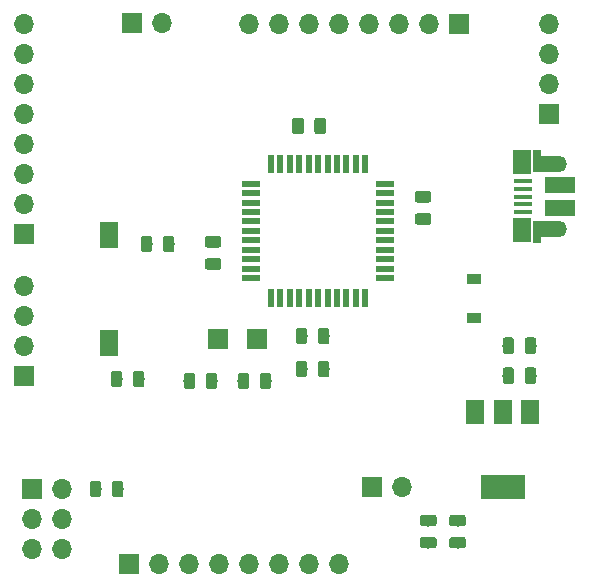
<source format=gbr>
%TF.GenerationSoftware,KiCad,Pcbnew,5.0.0+dfsg1-2*%
%TF.CreationDate,2018-11-13T23:51:22+01:00*%
%TF.ProjectId,xmegatest,786D656761746573742E6B696361645F,rev?*%
%TF.SameCoordinates,Original*%
%TF.FileFunction,Soldermask,Top*%
%TF.FilePolarity,Negative*%
%FSLAX46Y46*%
G04 Gerber Fmt 4.6, Leading zero omitted, Abs format (unit mm)*
G04 Created by KiCad (PCBNEW 5.0.0+dfsg1-2) date Tue Nov 13 23:51:22 2018*
%MOMM*%
%LPD*%
G01*
G04 APERTURE LIST*
%ADD10O,1.700000X1.700000*%
%ADD11R,1.700000X1.700000*%
%ADD12R,1.600000X2.180000*%
%ADD13R,2.000000X1.350000*%
%ADD14R,0.700000X1.825000*%
%ADD15R,1.500000X2.000000*%
%ADD16R,1.650000X0.400000*%
%ADD17O,1.500000X1.100000*%
%ADD18O,1.700000X1.350000*%
%ADD19R,2.500000X1.430000*%
%ADD20R,1.500000X0.550000*%
%ADD21R,0.550000X1.500000*%
%ADD22C,0.100000*%
%ADD23C,0.975000*%
%ADD24R,1.750000X1.800000*%
%ADD25R,1.200000X0.900000*%
%ADD26R,3.800000X2.000000*%
G04 APERTURE END LIST*
D10*
X238968095Y-168710846D03*
D11*
X236428095Y-168710846D03*
D10*
X218648095Y-129501000D03*
D11*
X216108095Y-129501000D03*
D12*
X214203095Y-156570000D03*
X214203095Y-147390000D03*
D13*
X251218095Y-141420000D03*
X251218095Y-146900000D03*
D14*
X250468095Y-147120000D03*
X250468095Y-141170000D03*
D15*
X249168095Y-147020000D03*
X249148095Y-141270000D03*
D16*
X249268095Y-145470000D03*
X249268095Y-144820000D03*
X249268095Y-144170000D03*
X249268095Y-143520000D03*
X249268095Y-142870000D03*
D17*
X249148095Y-146590000D03*
X249148095Y-141750000D03*
D18*
X252148095Y-146900000D03*
X252148095Y-141440000D03*
D19*
X252418095Y-145130000D03*
X252418095Y-143210000D03*
D20*
X237602000Y-151066000D03*
X237602000Y-150266000D03*
X237602000Y-149466000D03*
X237602000Y-148666000D03*
X237602000Y-147866000D03*
X237602000Y-147066000D03*
X237602000Y-146266000D03*
X237602000Y-145466000D03*
X237602000Y-144666000D03*
X237602000Y-143866000D03*
X237602000Y-143066000D03*
D21*
X235902000Y-141366000D03*
X235102000Y-141366000D03*
X234302000Y-141366000D03*
X233502000Y-141366000D03*
X232702000Y-141366000D03*
X231902000Y-141366000D03*
X231102000Y-141366000D03*
X230302000Y-141366000D03*
X229502000Y-141366000D03*
X228702000Y-141366000D03*
X227902000Y-141366000D03*
D20*
X226202000Y-143066000D03*
X226202000Y-143866000D03*
X226202000Y-144666000D03*
X226202000Y-145466000D03*
X226202000Y-146266000D03*
X226202000Y-147066000D03*
X226202000Y-147866000D03*
X226202000Y-148666000D03*
X226202000Y-149466000D03*
X226202000Y-150266000D03*
X226202000Y-151066000D03*
D21*
X227902000Y-152766000D03*
X228702000Y-152766000D03*
X229502000Y-152766000D03*
X230302000Y-152766000D03*
X231102000Y-152766000D03*
X231902000Y-152766000D03*
X232702000Y-152766000D03*
X233502000Y-152766000D03*
X234302000Y-152766000D03*
X235102000Y-152766000D03*
X235902000Y-152766000D03*
D11*
X207010000Y-159385000D03*
D10*
X207010000Y-156845000D03*
X207010000Y-154305000D03*
X207010000Y-151765000D03*
X207010000Y-129540000D03*
X207010000Y-132080000D03*
X207010000Y-134620000D03*
X207010000Y-137160000D03*
X207010000Y-139700000D03*
X207010000Y-142240000D03*
X207010000Y-144780000D03*
D11*
X207010000Y-147320000D03*
D22*
G36*
X241714214Y-171097020D02*
X241737875Y-171100530D01*
X241761079Y-171106342D01*
X241783601Y-171114400D01*
X241805225Y-171124628D01*
X241825742Y-171136925D01*
X241844955Y-171151175D01*
X241862679Y-171167239D01*
X241878743Y-171184963D01*
X241892993Y-171204176D01*
X241905290Y-171224693D01*
X241915518Y-171246317D01*
X241923576Y-171268839D01*
X241929388Y-171292043D01*
X241932898Y-171315704D01*
X241934072Y-171339596D01*
X241934072Y-171827096D01*
X241932898Y-171850988D01*
X241929388Y-171874649D01*
X241923576Y-171897853D01*
X241915518Y-171920375D01*
X241905290Y-171941999D01*
X241892993Y-171962516D01*
X241878743Y-171981729D01*
X241862679Y-171999453D01*
X241844955Y-172015517D01*
X241825742Y-172029767D01*
X241805225Y-172042064D01*
X241783601Y-172052292D01*
X241761079Y-172060350D01*
X241737875Y-172066162D01*
X241714214Y-172069672D01*
X241690322Y-172070846D01*
X240777822Y-172070846D01*
X240753930Y-172069672D01*
X240730269Y-172066162D01*
X240707065Y-172060350D01*
X240684543Y-172052292D01*
X240662919Y-172042064D01*
X240642402Y-172029767D01*
X240623189Y-172015517D01*
X240605465Y-171999453D01*
X240589401Y-171981729D01*
X240575151Y-171962516D01*
X240562854Y-171941999D01*
X240552626Y-171920375D01*
X240544568Y-171897853D01*
X240538756Y-171874649D01*
X240535246Y-171850988D01*
X240534072Y-171827096D01*
X240534072Y-171339596D01*
X240535246Y-171315704D01*
X240538756Y-171292043D01*
X240544568Y-171268839D01*
X240552626Y-171246317D01*
X240562854Y-171224693D01*
X240575151Y-171204176D01*
X240589401Y-171184963D01*
X240605465Y-171167239D01*
X240623189Y-171151175D01*
X240642402Y-171136925D01*
X240662919Y-171124628D01*
X240684543Y-171114400D01*
X240707065Y-171106342D01*
X240730269Y-171100530D01*
X240753930Y-171097020D01*
X240777822Y-171095846D01*
X241690322Y-171095846D01*
X241714214Y-171097020D01*
X241714214Y-171097020D01*
G37*
D23*
X241234072Y-171583346D03*
D22*
G36*
X241714214Y-172972020D02*
X241737875Y-172975530D01*
X241761079Y-172981342D01*
X241783601Y-172989400D01*
X241805225Y-172999628D01*
X241825742Y-173011925D01*
X241844955Y-173026175D01*
X241862679Y-173042239D01*
X241878743Y-173059963D01*
X241892993Y-173079176D01*
X241905290Y-173099693D01*
X241915518Y-173121317D01*
X241923576Y-173143839D01*
X241929388Y-173167043D01*
X241932898Y-173190704D01*
X241934072Y-173214596D01*
X241934072Y-173702096D01*
X241932898Y-173725988D01*
X241929388Y-173749649D01*
X241923576Y-173772853D01*
X241915518Y-173795375D01*
X241905290Y-173816999D01*
X241892993Y-173837516D01*
X241878743Y-173856729D01*
X241862679Y-173874453D01*
X241844955Y-173890517D01*
X241825742Y-173904767D01*
X241805225Y-173917064D01*
X241783601Y-173927292D01*
X241761079Y-173935350D01*
X241737875Y-173941162D01*
X241714214Y-173944672D01*
X241690322Y-173945846D01*
X240777822Y-173945846D01*
X240753930Y-173944672D01*
X240730269Y-173941162D01*
X240707065Y-173935350D01*
X240684543Y-173927292D01*
X240662919Y-173917064D01*
X240642402Y-173904767D01*
X240623189Y-173890517D01*
X240605465Y-173874453D01*
X240589401Y-173856729D01*
X240575151Y-173837516D01*
X240562854Y-173816999D01*
X240552626Y-173795375D01*
X240544568Y-173772853D01*
X240538756Y-173749649D01*
X240535246Y-173725988D01*
X240534072Y-173702096D01*
X240534072Y-173214596D01*
X240535246Y-173190704D01*
X240538756Y-173167043D01*
X240544568Y-173143839D01*
X240552626Y-173121317D01*
X240562854Y-173099693D01*
X240575151Y-173079176D01*
X240589401Y-173059963D01*
X240605465Y-173042239D01*
X240623189Y-173026175D01*
X240642402Y-173011925D01*
X240662919Y-172999628D01*
X240684543Y-172989400D01*
X240707065Y-172981342D01*
X240730269Y-172975530D01*
X240753930Y-172972020D01*
X240777822Y-172970846D01*
X241690322Y-172970846D01*
X241714214Y-172972020D01*
X241714214Y-172972020D01*
G37*
D23*
X241234072Y-173458346D03*
D22*
G36*
X223492142Y-147498674D02*
X223515803Y-147502184D01*
X223539007Y-147507996D01*
X223561529Y-147516054D01*
X223583153Y-147526282D01*
X223603670Y-147538579D01*
X223622883Y-147552829D01*
X223640607Y-147568893D01*
X223656671Y-147586617D01*
X223670921Y-147605830D01*
X223683218Y-147626347D01*
X223693446Y-147647971D01*
X223701504Y-147670493D01*
X223707316Y-147693697D01*
X223710826Y-147717358D01*
X223712000Y-147741250D01*
X223712000Y-148228750D01*
X223710826Y-148252642D01*
X223707316Y-148276303D01*
X223701504Y-148299507D01*
X223693446Y-148322029D01*
X223683218Y-148343653D01*
X223670921Y-148364170D01*
X223656671Y-148383383D01*
X223640607Y-148401107D01*
X223622883Y-148417171D01*
X223603670Y-148431421D01*
X223583153Y-148443718D01*
X223561529Y-148453946D01*
X223539007Y-148462004D01*
X223515803Y-148467816D01*
X223492142Y-148471326D01*
X223468250Y-148472500D01*
X222555750Y-148472500D01*
X222531858Y-148471326D01*
X222508197Y-148467816D01*
X222484993Y-148462004D01*
X222462471Y-148453946D01*
X222440847Y-148443718D01*
X222420330Y-148431421D01*
X222401117Y-148417171D01*
X222383393Y-148401107D01*
X222367329Y-148383383D01*
X222353079Y-148364170D01*
X222340782Y-148343653D01*
X222330554Y-148322029D01*
X222322496Y-148299507D01*
X222316684Y-148276303D01*
X222313174Y-148252642D01*
X222312000Y-148228750D01*
X222312000Y-147741250D01*
X222313174Y-147717358D01*
X222316684Y-147693697D01*
X222322496Y-147670493D01*
X222330554Y-147647971D01*
X222340782Y-147626347D01*
X222353079Y-147605830D01*
X222367329Y-147586617D01*
X222383393Y-147568893D01*
X222401117Y-147552829D01*
X222420330Y-147538579D01*
X222440847Y-147526282D01*
X222462471Y-147516054D01*
X222484993Y-147507996D01*
X222508197Y-147502184D01*
X222531858Y-147498674D01*
X222555750Y-147497500D01*
X223468250Y-147497500D01*
X223492142Y-147498674D01*
X223492142Y-147498674D01*
G37*
D23*
X223012000Y-147985000D03*
D22*
G36*
X223492142Y-149373674D02*
X223515803Y-149377184D01*
X223539007Y-149382996D01*
X223561529Y-149391054D01*
X223583153Y-149401282D01*
X223603670Y-149413579D01*
X223622883Y-149427829D01*
X223640607Y-149443893D01*
X223656671Y-149461617D01*
X223670921Y-149480830D01*
X223683218Y-149501347D01*
X223693446Y-149522971D01*
X223701504Y-149545493D01*
X223707316Y-149568697D01*
X223710826Y-149592358D01*
X223712000Y-149616250D01*
X223712000Y-150103750D01*
X223710826Y-150127642D01*
X223707316Y-150151303D01*
X223701504Y-150174507D01*
X223693446Y-150197029D01*
X223683218Y-150218653D01*
X223670921Y-150239170D01*
X223656671Y-150258383D01*
X223640607Y-150276107D01*
X223622883Y-150292171D01*
X223603670Y-150306421D01*
X223583153Y-150318718D01*
X223561529Y-150328946D01*
X223539007Y-150337004D01*
X223515803Y-150342816D01*
X223492142Y-150346326D01*
X223468250Y-150347500D01*
X222555750Y-150347500D01*
X222531858Y-150346326D01*
X222508197Y-150342816D01*
X222484993Y-150337004D01*
X222462471Y-150328946D01*
X222440847Y-150318718D01*
X222420330Y-150306421D01*
X222401117Y-150292171D01*
X222383393Y-150276107D01*
X222367329Y-150258383D01*
X222353079Y-150239170D01*
X222340782Y-150218653D01*
X222330554Y-150197029D01*
X222322496Y-150174507D01*
X222316684Y-150151303D01*
X222313174Y-150127642D01*
X222312000Y-150103750D01*
X222312000Y-149616250D01*
X222313174Y-149592358D01*
X222316684Y-149568697D01*
X222322496Y-149545493D01*
X222330554Y-149522971D01*
X222340782Y-149501347D01*
X222353079Y-149480830D01*
X222367329Y-149461617D01*
X222383393Y-149443893D01*
X222401117Y-149427829D01*
X222420330Y-149413579D01*
X222440847Y-149401282D01*
X222462471Y-149391054D01*
X222484993Y-149382996D01*
X222508197Y-149377184D01*
X222531858Y-149373674D01*
X222555750Y-149372500D01*
X223468250Y-149372500D01*
X223492142Y-149373674D01*
X223492142Y-149373674D01*
G37*
D23*
X223012000Y-149860000D03*
D22*
G36*
X250155804Y-158611597D02*
X250179465Y-158615107D01*
X250202669Y-158620919D01*
X250225191Y-158628977D01*
X250246815Y-158639205D01*
X250267332Y-158651502D01*
X250286545Y-158665752D01*
X250304269Y-158681816D01*
X250320333Y-158699540D01*
X250334583Y-158718753D01*
X250346880Y-158739270D01*
X250357108Y-158760894D01*
X250365166Y-158783416D01*
X250370978Y-158806620D01*
X250374488Y-158830281D01*
X250375662Y-158854173D01*
X250375662Y-159766673D01*
X250374488Y-159790565D01*
X250370978Y-159814226D01*
X250365166Y-159837430D01*
X250357108Y-159859952D01*
X250346880Y-159881576D01*
X250334583Y-159902093D01*
X250320333Y-159921306D01*
X250304269Y-159939030D01*
X250286545Y-159955094D01*
X250267332Y-159969344D01*
X250246815Y-159981641D01*
X250225191Y-159991869D01*
X250202669Y-159999927D01*
X250179465Y-160005739D01*
X250155804Y-160009249D01*
X250131912Y-160010423D01*
X249644412Y-160010423D01*
X249620520Y-160009249D01*
X249596859Y-160005739D01*
X249573655Y-159999927D01*
X249551133Y-159991869D01*
X249529509Y-159981641D01*
X249508992Y-159969344D01*
X249489779Y-159955094D01*
X249472055Y-159939030D01*
X249455991Y-159921306D01*
X249441741Y-159902093D01*
X249429444Y-159881576D01*
X249419216Y-159859952D01*
X249411158Y-159837430D01*
X249405346Y-159814226D01*
X249401836Y-159790565D01*
X249400662Y-159766673D01*
X249400662Y-158854173D01*
X249401836Y-158830281D01*
X249405346Y-158806620D01*
X249411158Y-158783416D01*
X249419216Y-158760894D01*
X249429444Y-158739270D01*
X249441741Y-158718753D01*
X249455991Y-158699540D01*
X249472055Y-158681816D01*
X249489779Y-158665752D01*
X249508992Y-158651502D01*
X249529509Y-158639205D01*
X249551133Y-158628977D01*
X249573655Y-158620919D01*
X249596859Y-158615107D01*
X249620520Y-158611597D01*
X249644412Y-158610423D01*
X250131912Y-158610423D01*
X250155804Y-158611597D01*
X250155804Y-158611597D01*
G37*
D23*
X249888162Y-159310423D03*
D22*
G36*
X248280804Y-158611597D02*
X248304465Y-158615107D01*
X248327669Y-158620919D01*
X248350191Y-158628977D01*
X248371815Y-158639205D01*
X248392332Y-158651502D01*
X248411545Y-158665752D01*
X248429269Y-158681816D01*
X248445333Y-158699540D01*
X248459583Y-158718753D01*
X248471880Y-158739270D01*
X248482108Y-158760894D01*
X248490166Y-158783416D01*
X248495978Y-158806620D01*
X248499488Y-158830281D01*
X248500662Y-158854173D01*
X248500662Y-159766673D01*
X248499488Y-159790565D01*
X248495978Y-159814226D01*
X248490166Y-159837430D01*
X248482108Y-159859952D01*
X248471880Y-159881576D01*
X248459583Y-159902093D01*
X248445333Y-159921306D01*
X248429269Y-159939030D01*
X248411545Y-159955094D01*
X248392332Y-159969344D01*
X248371815Y-159981641D01*
X248350191Y-159991869D01*
X248327669Y-159999927D01*
X248304465Y-160005739D01*
X248280804Y-160009249D01*
X248256912Y-160010423D01*
X247769412Y-160010423D01*
X247745520Y-160009249D01*
X247721859Y-160005739D01*
X247698655Y-159999927D01*
X247676133Y-159991869D01*
X247654509Y-159981641D01*
X247633992Y-159969344D01*
X247614779Y-159955094D01*
X247597055Y-159939030D01*
X247580991Y-159921306D01*
X247566741Y-159902093D01*
X247554444Y-159881576D01*
X247544216Y-159859952D01*
X247536158Y-159837430D01*
X247530346Y-159814226D01*
X247526836Y-159790565D01*
X247525662Y-159766673D01*
X247525662Y-158854173D01*
X247526836Y-158830281D01*
X247530346Y-158806620D01*
X247536158Y-158783416D01*
X247544216Y-158760894D01*
X247554444Y-158739270D01*
X247566741Y-158718753D01*
X247580991Y-158699540D01*
X247597055Y-158681816D01*
X247614779Y-158665752D01*
X247633992Y-158651502D01*
X247654509Y-158639205D01*
X247676133Y-158628977D01*
X247698655Y-158620919D01*
X247721859Y-158615107D01*
X247745520Y-158611597D01*
X247769412Y-158610423D01*
X248256912Y-158610423D01*
X248280804Y-158611597D01*
X248280804Y-158611597D01*
G37*
D23*
X248013162Y-159310423D03*
D22*
G36*
X221277642Y-159067174D02*
X221301303Y-159070684D01*
X221324507Y-159076496D01*
X221347029Y-159084554D01*
X221368653Y-159094782D01*
X221389170Y-159107079D01*
X221408383Y-159121329D01*
X221426107Y-159137393D01*
X221442171Y-159155117D01*
X221456421Y-159174330D01*
X221468718Y-159194847D01*
X221478946Y-159216471D01*
X221487004Y-159238993D01*
X221492816Y-159262197D01*
X221496326Y-159285858D01*
X221497500Y-159309750D01*
X221497500Y-160222250D01*
X221496326Y-160246142D01*
X221492816Y-160269803D01*
X221487004Y-160293007D01*
X221478946Y-160315529D01*
X221468718Y-160337153D01*
X221456421Y-160357670D01*
X221442171Y-160376883D01*
X221426107Y-160394607D01*
X221408383Y-160410671D01*
X221389170Y-160424921D01*
X221368653Y-160437218D01*
X221347029Y-160447446D01*
X221324507Y-160455504D01*
X221301303Y-160461316D01*
X221277642Y-160464826D01*
X221253750Y-160466000D01*
X220766250Y-160466000D01*
X220742358Y-160464826D01*
X220718697Y-160461316D01*
X220695493Y-160455504D01*
X220672971Y-160447446D01*
X220651347Y-160437218D01*
X220630830Y-160424921D01*
X220611617Y-160410671D01*
X220593893Y-160394607D01*
X220577829Y-160376883D01*
X220563579Y-160357670D01*
X220551282Y-160337153D01*
X220541054Y-160315529D01*
X220532996Y-160293007D01*
X220527184Y-160269803D01*
X220523674Y-160246142D01*
X220522500Y-160222250D01*
X220522500Y-159309750D01*
X220523674Y-159285858D01*
X220527184Y-159262197D01*
X220532996Y-159238993D01*
X220541054Y-159216471D01*
X220551282Y-159194847D01*
X220563579Y-159174330D01*
X220577829Y-159155117D01*
X220593893Y-159137393D01*
X220611617Y-159121329D01*
X220630830Y-159107079D01*
X220651347Y-159094782D01*
X220672971Y-159084554D01*
X220695493Y-159076496D01*
X220718697Y-159070684D01*
X220742358Y-159067174D01*
X220766250Y-159066000D01*
X221253750Y-159066000D01*
X221277642Y-159067174D01*
X221277642Y-159067174D01*
G37*
D23*
X221010000Y-159766000D03*
D22*
G36*
X223152642Y-159067174D02*
X223176303Y-159070684D01*
X223199507Y-159076496D01*
X223222029Y-159084554D01*
X223243653Y-159094782D01*
X223264170Y-159107079D01*
X223283383Y-159121329D01*
X223301107Y-159137393D01*
X223317171Y-159155117D01*
X223331421Y-159174330D01*
X223343718Y-159194847D01*
X223353946Y-159216471D01*
X223362004Y-159238993D01*
X223367816Y-159262197D01*
X223371326Y-159285858D01*
X223372500Y-159309750D01*
X223372500Y-160222250D01*
X223371326Y-160246142D01*
X223367816Y-160269803D01*
X223362004Y-160293007D01*
X223353946Y-160315529D01*
X223343718Y-160337153D01*
X223331421Y-160357670D01*
X223317171Y-160376883D01*
X223301107Y-160394607D01*
X223283383Y-160410671D01*
X223264170Y-160424921D01*
X223243653Y-160437218D01*
X223222029Y-160447446D01*
X223199507Y-160455504D01*
X223176303Y-160461316D01*
X223152642Y-160464826D01*
X223128750Y-160466000D01*
X222641250Y-160466000D01*
X222617358Y-160464826D01*
X222593697Y-160461316D01*
X222570493Y-160455504D01*
X222547971Y-160447446D01*
X222526347Y-160437218D01*
X222505830Y-160424921D01*
X222486617Y-160410671D01*
X222468893Y-160394607D01*
X222452829Y-160376883D01*
X222438579Y-160357670D01*
X222426282Y-160337153D01*
X222416054Y-160315529D01*
X222407996Y-160293007D01*
X222402184Y-160269803D01*
X222398674Y-160246142D01*
X222397500Y-160222250D01*
X222397500Y-159309750D01*
X222398674Y-159285858D01*
X222402184Y-159262197D01*
X222407996Y-159238993D01*
X222416054Y-159216471D01*
X222426282Y-159194847D01*
X222438579Y-159174330D01*
X222452829Y-159155117D01*
X222468893Y-159137393D01*
X222486617Y-159121329D01*
X222505830Y-159107079D01*
X222526347Y-159094782D01*
X222547971Y-159084554D01*
X222570493Y-159076496D01*
X222593697Y-159070684D01*
X222617358Y-159067174D01*
X222641250Y-159066000D01*
X223128750Y-159066000D01*
X223152642Y-159067174D01*
X223152642Y-159067174D01*
G37*
D23*
X222885000Y-159766000D03*
D22*
G36*
X232345142Y-137477174D02*
X232368803Y-137480684D01*
X232392007Y-137486496D01*
X232414529Y-137494554D01*
X232436153Y-137504782D01*
X232456670Y-137517079D01*
X232475883Y-137531329D01*
X232493607Y-137547393D01*
X232509671Y-137565117D01*
X232523921Y-137584330D01*
X232536218Y-137604847D01*
X232546446Y-137626471D01*
X232554504Y-137648993D01*
X232560316Y-137672197D01*
X232563826Y-137695858D01*
X232565000Y-137719750D01*
X232565000Y-138632250D01*
X232563826Y-138656142D01*
X232560316Y-138679803D01*
X232554504Y-138703007D01*
X232546446Y-138725529D01*
X232536218Y-138747153D01*
X232523921Y-138767670D01*
X232509671Y-138786883D01*
X232493607Y-138804607D01*
X232475883Y-138820671D01*
X232456670Y-138834921D01*
X232436153Y-138847218D01*
X232414529Y-138857446D01*
X232392007Y-138865504D01*
X232368803Y-138871316D01*
X232345142Y-138874826D01*
X232321250Y-138876000D01*
X231833750Y-138876000D01*
X231809858Y-138874826D01*
X231786197Y-138871316D01*
X231762993Y-138865504D01*
X231740471Y-138857446D01*
X231718847Y-138847218D01*
X231698330Y-138834921D01*
X231679117Y-138820671D01*
X231661393Y-138804607D01*
X231645329Y-138786883D01*
X231631079Y-138767670D01*
X231618782Y-138747153D01*
X231608554Y-138725529D01*
X231600496Y-138703007D01*
X231594684Y-138679803D01*
X231591174Y-138656142D01*
X231590000Y-138632250D01*
X231590000Y-137719750D01*
X231591174Y-137695858D01*
X231594684Y-137672197D01*
X231600496Y-137648993D01*
X231608554Y-137626471D01*
X231618782Y-137604847D01*
X231631079Y-137584330D01*
X231645329Y-137565117D01*
X231661393Y-137547393D01*
X231679117Y-137531329D01*
X231698330Y-137517079D01*
X231718847Y-137504782D01*
X231740471Y-137494554D01*
X231762993Y-137486496D01*
X231786197Y-137480684D01*
X231809858Y-137477174D01*
X231833750Y-137476000D01*
X232321250Y-137476000D01*
X232345142Y-137477174D01*
X232345142Y-137477174D01*
G37*
D23*
X232077500Y-138176000D03*
D22*
G36*
X230470142Y-137477174D02*
X230493803Y-137480684D01*
X230517007Y-137486496D01*
X230539529Y-137494554D01*
X230561153Y-137504782D01*
X230581670Y-137517079D01*
X230600883Y-137531329D01*
X230618607Y-137547393D01*
X230634671Y-137565117D01*
X230648921Y-137584330D01*
X230661218Y-137604847D01*
X230671446Y-137626471D01*
X230679504Y-137648993D01*
X230685316Y-137672197D01*
X230688826Y-137695858D01*
X230690000Y-137719750D01*
X230690000Y-138632250D01*
X230688826Y-138656142D01*
X230685316Y-138679803D01*
X230679504Y-138703007D01*
X230671446Y-138725529D01*
X230661218Y-138747153D01*
X230648921Y-138767670D01*
X230634671Y-138786883D01*
X230618607Y-138804607D01*
X230600883Y-138820671D01*
X230581670Y-138834921D01*
X230561153Y-138847218D01*
X230539529Y-138857446D01*
X230517007Y-138865504D01*
X230493803Y-138871316D01*
X230470142Y-138874826D01*
X230446250Y-138876000D01*
X229958750Y-138876000D01*
X229934858Y-138874826D01*
X229911197Y-138871316D01*
X229887993Y-138865504D01*
X229865471Y-138857446D01*
X229843847Y-138847218D01*
X229823330Y-138834921D01*
X229804117Y-138820671D01*
X229786393Y-138804607D01*
X229770329Y-138786883D01*
X229756079Y-138767670D01*
X229743782Y-138747153D01*
X229733554Y-138725529D01*
X229725496Y-138703007D01*
X229719684Y-138679803D01*
X229716174Y-138656142D01*
X229715000Y-138632250D01*
X229715000Y-137719750D01*
X229716174Y-137695858D01*
X229719684Y-137672197D01*
X229725496Y-137648993D01*
X229733554Y-137626471D01*
X229743782Y-137604847D01*
X229756079Y-137584330D01*
X229770329Y-137565117D01*
X229786393Y-137547393D01*
X229804117Y-137531329D01*
X229823330Y-137517079D01*
X229843847Y-137504782D01*
X229865471Y-137494554D01*
X229887993Y-137486496D01*
X229911197Y-137480684D01*
X229934858Y-137477174D01*
X229958750Y-137476000D01*
X230446250Y-137476000D01*
X230470142Y-137477174D01*
X230470142Y-137477174D01*
G37*
D23*
X230202500Y-138176000D03*
D22*
G36*
X241272142Y-143688674D02*
X241295803Y-143692184D01*
X241319007Y-143697996D01*
X241341529Y-143706054D01*
X241363153Y-143716282D01*
X241383670Y-143728579D01*
X241402883Y-143742829D01*
X241420607Y-143758893D01*
X241436671Y-143776617D01*
X241450921Y-143795830D01*
X241463218Y-143816347D01*
X241473446Y-143837971D01*
X241481504Y-143860493D01*
X241487316Y-143883697D01*
X241490826Y-143907358D01*
X241492000Y-143931250D01*
X241492000Y-144418750D01*
X241490826Y-144442642D01*
X241487316Y-144466303D01*
X241481504Y-144489507D01*
X241473446Y-144512029D01*
X241463218Y-144533653D01*
X241450921Y-144554170D01*
X241436671Y-144573383D01*
X241420607Y-144591107D01*
X241402883Y-144607171D01*
X241383670Y-144621421D01*
X241363153Y-144633718D01*
X241341529Y-144643946D01*
X241319007Y-144652004D01*
X241295803Y-144657816D01*
X241272142Y-144661326D01*
X241248250Y-144662500D01*
X240335750Y-144662500D01*
X240311858Y-144661326D01*
X240288197Y-144657816D01*
X240264993Y-144652004D01*
X240242471Y-144643946D01*
X240220847Y-144633718D01*
X240200330Y-144621421D01*
X240181117Y-144607171D01*
X240163393Y-144591107D01*
X240147329Y-144573383D01*
X240133079Y-144554170D01*
X240120782Y-144533653D01*
X240110554Y-144512029D01*
X240102496Y-144489507D01*
X240096684Y-144466303D01*
X240093174Y-144442642D01*
X240092000Y-144418750D01*
X240092000Y-143931250D01*
X240093174Y-143907358D01*
X240096684Y-143883697D01*
X240102496Y-143860493D01*
X240110554Y-143837971D01*
X240120782Y-143816347D01*
X240133079Y-143795830D01*
X240147329Y-143776617D01*
X240163393Y-143758893D01*
X240181117Y-143742829D01*
X240200330Y-143728579D01*
X240220847Y-143716282D01*
X240242471Y-143706054D01*
X240264993Y-143697996D01*
X240288197Y-143692184D01*
X240311858Y-143688674D01*
X240335750Y-143687500D01*
X241248250Y-143687500D01*
X241272142Y-143688674D01*
X241272142Y-143688674D01*
G37*
D23*
X240792000Y-144175000D03*
D22*
G36*
X241272142Y-145563674D02*
X241295803Y-145567184D01*
X241319007Y-145572996D01*
X241341529Y-145581054D01*
X241363153Y-145591282D01*
X241383670Y-145603579D01*
X241402883Y-145617829D01*
X241420607Y-145633893D01*
X241436671Y-145651617D01*
X241450921Y-145670830D01*
X241463218Y-145691347D01*
X241473446Y-145712971D01*
X241481504Y-145735493D01*
X241487316Y-145758697D01*
X241490826Y-145782358D01*
X241492000Y-145806250D01*
X241492000Y-146293750D01*
X241490826Y-146317642D01*
X241487316Y-146341303D01*
X241481504Y-146364507D01*
X241473446Y-146387029D01*
X241463218Y-146408653D01*
X241450921Y-146429170D01*
X241436671Y-146448383D01*
X241420607Y-146466107D01*
X241402883Y-146482171D01*
X241383670Y-146496421D01*
X241363153Y-146508718D01*
X241341529Y-146518946D01*
X241319007Y-146527004D01*
X241295803Y-146532816D01*
X241272142Y-146536326D01*
X241248250Y-146537500D01*
X240335750Y-146537500D01*
X240311858Y-146536326D01*
X240288197Y-146532816D01*
X240264993Y-146527004D01*
X240242471Y-146518946D01*
X240220847Y-146508718D01*
X240200330Y-146496421D01*
X240181117Y-146482171D01*
X240163393Y-146466107D01*
X240147329Y-146448383D01*
X240133079Y-146429170D01*
X240120782Y-146408653D01*
X240110554Y-146387029D01*
X240102496Y-146364507D01*
X240096684Y-146341303D01*
X240093174Y-146317642D01*
X240092000Y-146293750D01*
X240092000Y-145806250D01*
X240093174Y-145782358D01*
X240096684Y-145758697D01*
X240102496Y-145735493D01*
X240110554Y-145712971D01*
X240120782Y-145691347D01*
X240133079Y-145670830D01*
X240147329Y-145651617D01*
X240163393Y-145633893D01*
X240181117Y-145617829D01*
X240200330Y-145603579D01*
X240220847Y-145591282D01*
X240242471Y-145581054D01*
X240264993Y-145572996D01*
X240288197Y-145567184D01*
X240311858Y-145563674D01*
X240335750Y-145562500D01*
X241248250Y-145562500D01*
X241272142Y-145563674D01*
X241272142Y-145563674D01*
G37*
D23*
X240792000Y-146050000D03*
D22*
G36*
X230772642Y-155257174D02*
X230796303Y-155260684D01*
X230819507Y-155266496D01*
X230842029Y-155274554D01*
X230863653Y-155284782D01*
X230884170Y-155297079D01*
X230903383Y-155311329D01*
X230921107Y-155327393D01*
X230937171Y-155345117D01*
X230951421Y-155364330D01*
X230963718Y-155384847D01*
X230973946Y-155406471D01*
X230982004Y-155428993D01*
X230987816Y-155452197D01*
X230991326Y-155475858D01*
X230992500Y-155499750D01*
X230992500Y-156412250D01*
X230991326Y-156436142D01*
X230987816Y-156459803D01*
X230982004Y-156483007D01*
X230973946Y-156505529D01*
X230963718Y-156527153D01*
X230951421Y-156547670D01*
X230937171Y-156566883D01*
X230921107Y-156584607D01*
X230903383Y-156600671D01*
X230884170Y-156614921D01*
X230863653Y-156627218D01*
X230842029Y-156637446D01*
X230819507Y-156645504D01*
X230796303Y-156651316D01*
X230772642Y-156654826D01*
X230748750Y-156656000D01*
X230261250Y-156656000D01*
X230237358Y-156654826D01*
X230213697Y-156651316D01*
X230190493Y-156645504D01*
X230167971Y-156637446D01*
X230146347Y-156627218D01*
X230125830Y-156614921D01*
X230106617Y-156600671D01*
X230088893Y-156584607D01*
X230072829Y-156566883D01*
X230058579Y-156547670D01*
X230046282Y-156527153D01*
X230036054Y-156505529D01*
X230027996Y-156483007D01*
X230022184Y-156459803D01*
X230018674Y-156436142D01*
X230017500Y-156412250D01*
X230017500Y-155499750D01*
X230018674Y-155475858D01*
X230022184Y-155452197D01*
X230027996Y-155428993D01*
X230036054Y-155406471D01*
X230046282Y-155384847D01*
X230058579Y-155364330D01*
X230072829Y-155345117D01*
X230088893Y-155327393D01*
X230106617Y-155311329D01*
X230125830Y-155297079D01*
X230146347Y-155284782D01*
X230167971Y-155274554D01*
X230190493Y-155266496D01*
X230213697Y-155260684D01*
X230237358Y-155257174D01*
X230261250Y-155256000D01*
X230748750Y-155256000D01*
X230772642Y-155257174D01*
X230772642Y-155257174D01*
G37*
D23*
X230505000Y-155956000D03*
D22*
G36*
X232647642Y-155257174D02*
X232671303Y-155260684D01*
X232694507Y-155266496D01*
X232717029Y-155274554D01*
X232738653Y-155284782D01*
X232759170Y-155297079D01*
X232778383Y-155311329D01*
X232796107Y-155327393D01*
X232812171Y-155345117D01*
X232826421Y-155364330D01*
X232838718Y-155384847D01*
X232848946Y-155406471D01*
X232857004Y-155428993D01*
X232862816Y-155452197D01*
X232866326Y-155475858D01*
X232867500Y-155499750D01*
X232867500Y-156412250D01*
X232866326Y-156436142D01*
X232862816Y-156459803D01*
X232857004Y-156483007D01*
X232848946Y-156505529D01*
X232838718Y-156527153D01*
X232826421Y-156547670D01*
X232812171Y-156566883D01*
X232796107Y-156584607D01*
X232778383Y-156600671D01*
X232759170Y-156614921D01*
X232738653Y-156627218D01*
X232717029Y-156637446D01*
X232694507Y-156645504D01*
X232671303Y-156651316D01*
X232647642Y-156654826D01*
X232623750Y-156656000D01*
X232136250Y-156656000D01*
X232112358Y-156654826D01*
X232088697Y-156651316D01*
X232065493Y-156645504D01*
X232042971Y-156637446D01*
X232021347Y-156627218D01*
X232000830Y-156614921D01*
X231981617Y-156600671D01*
X231963893Y-156584607D01*
X231947829Y-156566883D01*
X231933579Y-156547670D01*
X231921282Y-156527153D01*
X231911054Y-156505529D01*
X231902996Y-156483007D01*
X231897184Y-156459803D01*
X231893674Y-156436142D01*
X231892500Y-156412250D01*
X231892500Y-155499750D01*
X231893674Y-155475858D01*
X231897184Y-155452197D01*
X231902996Y-155428993D01*
X231911054Y-155406471D01*
X231921282Y-155384847D01*
X231933579Y-155364330D01*
X231947829Y-155345117D01*
X231963893Y-155327393D01*
X231981617Y-155311329D01*
X232000830Y-155297079D01*
X232021347Y-155284782D01*
X232042971Y-155274554D01*
X232065493Y-155266496D01*
X232088697Y-155260684D01*
X232112358Y-155257174D01*
X232136250Y-155256000D01*
X232623750Y-155256000D01*
X232647642Y-155257174D01*
X232647642Y-155257174D01*
G37*
D23*
X232380000Y-155956000D03*
D22*
G36*
X215105737Y-158901174D02*
X215129398Y-158904684D01*
X215152602Y-158910496D01*
X215175124Y-158918554D01*
X215196748Y-158928782D01*
X215217265Y-158941079D01*
X215236478Y-158955329D01*
X215254202Y-158971393D01*
X215270266Y-158989117D01*
X215284516Y-159008330D01*
X215296813Y-159028847D01*
X215307041Y-159050471D01*
X215315099Y-159072993D01*
X215320911Y-159096197D01*
X215324421Y-159119858D01*
X215325595Y-159143750D01*
X215325595Y-160056250D01*
X215324421Y-160080142D01*
X215320911Y-160103803D01*
X215315099Y-160127007D01*
X215307041Y-160149529D01*
X215296813Y-160171153D01*
X215284516Y-160191670D01*
X215270266Y-160210883D01*
X215254202Y-160228607D01*
X215236478Y-160244671D01*
X215217265Y-160258921D01*
X215196748Y-160271218D01*
X215175124Y-160281446D01*
X215152602Y-160289504D01*
X215129398Y-160295316D01*
X215105737Y-160298826D01*
X215081845Y-160300000D01*
X214594345Y-160300000D01*
X214570453Y-160298826D01*
X214546792Y-160295316D01*
X214523588Y-160289504D01*
X214501066Y-160281446D01*
X214479442Y-160271218D01*
X214458925Y-160258921D01*
X214439712Y-160244671D01*
X214421988Y-160228607D01*
X214405924Y-160210883D01*
X214391674Y-160191670D01*
X214379377Y-160171153D01*
X214369149Y-160149529D01*
X214361091Y-160127007D01*
X214355279Y-160103803D01*
X214351769Y-160080142D01*
X214350595Y-160056250D01*
X214350595Y-159143750D01*
X214351769Y-159119858D01*
X214355279Y-159096197D01*
X214361091Y-159072993D01*
X214369149Y-159050471D01*
X214379377Y-159028847D01*
X214391674Y-159008330D01*
X214405924Y-158989117D01*
X214421988Y-158971393D01*
X214439712Y-158955329D01*
X214458925Y-158941079D01*
X214479442Y-158928782D01*
X214501066Y-158918554D01*
X214523588Y-158910496D01*
X214546792Y-158904684D01*
X214570453Y-158901174D01*
X214594345Y-158900000D01*
X215081845Y-158900000D01*
X215105737Y-158901174D01*
X215105737Y-158901174D01*
G37*
D23*
X214838095Y-159600000D03*
D22*
G36*
X216980737Y-158901174D02*
X217004398Y-158904684D01*
X217027602Y-158910496D01*
X217050124Y-158918554D01*
X217071748Y-158928782D01*
X217092265Y-158941079D01*
X217111478Y-158955329D01*
X217129202Y-158971393D01*
X217145266Y-158989117D01*
X217159516Y-159008330D01*
X217171813Y-159028847D01*
X217182041Y-159050471D01*
X217190099Y-159072993D01*
X217195911Y-159096197D01*
X217199421Y-159119858D01*
X217200595Y-159143750D01*
X217200595Y-160056250D01*
X217199421Y-160080142D01*
X217195911Y-160103803D01*
X217190099Y-160127007D01*
X217182041Y-160149529D01*
X217171813Y-160171153D01*
X217159516Y-160191670D01*
X217145266Y-160210883D01*
X217129202Y-160228607D01*
X217111478Y-160244671D01*
X217092265Y-160258921D01*
X217071748Y-160271218D01*
X217050124Y-160281446D01*
X217027602Y-160289504D01*
X217004398Y-160295316D01*
X216980737Y-160298826D01*
X216956845Y-160300000D01*
X216469345Y-160300000D01*
X216445453Y-160298826D01*
X216421792Y-160295316D01*
X216398588Y-160289504D01*
X216376066Y-160281446D01*
X216354442Y-160271218D01*
X216333925Y-160258921D01*
X216314712Y-160244671D01*
X216296988Y-160228607D01*
X216280924Y-160210883D01*
X216266674Y-160191670D01*
X216254377Y-160171153D01*
X216244149Y-160149529D01*
X216236091Y-160127007D01*
X216230279Y-160103803D01*
X216226769Y-160080142D01*
X216225595Y-160056250D01*
X216225595Y-159143750D01*
X216226769Y-159119858D01*
X216230279Y-159096197D01*
X216236091Y-159072993D01*
X216244149Y-159050471D01*
X216254377Y-159028847D01*
X216266674Y-159008330D01*
X216280924Y-158989117D01*
X216296988Y-158971393D01*
X216314712Y-158955329D01*
X216333925Y-158941079D01*
X216354442Y-158928782D01*
X216376066Y-158918554D01*
X216398588Y-158910496D01*
X216421792Y-158904684D01*
X216445453Y-158901174D01*
X216469345Y-158900000D01*
X216956845Y-158900000D01*
X216980737Y-158901174D01*
X216980737Y-158901174D01*
G37*
D23*
X216713095Y-159600000D03*
D22*
G36*
X250155804Y-156071597D02*
X250179465Y-156075107D01*
X250202669Y-156080919D01*
X250225191Y-156088977D01*
X250246815Y-156099205D01*
X250267332Y-156111502D01*
X250286545Y-156125752D01*
X250304269Y-156141816D01*
X250320333Y-156159540D01*
X250334583Y-156178753D01*
X250346880Y-156199270D01*
X250357108Y-156220894D01*
X250365166Y-156243416D01*
X250370978Y-156266620D01*
X250374488Y-156290281D01*
X250375662Y-156314173D01*
X250375662Y-157226673D01*
X250374488Y-157250565D01*
X250370978Y-157274226D01*
X250365166Y-157297430D01*
X250357108Y-157319952D01*
X250346880Y-157341576D01*
X250334583Y-157362093D01*
X250320333Y-157381306D01*
X250304269Y-157399030D01*
X250286545Y-157415094D01*
X250267332Y-157429344D01*
X250246815Y-157441641D01*
X250225191Y-157451869D01*
X250202669Y-157459927D01*
X250179465Y-157465739D01*
X250155804Y-157469249D01*
X250131912Y-157470423D01*
X249644412Y-157470423D01*
X249620520Y-157469249D01*
X249596859Y-157465739D01*
X249573655Y-157459927D01*
X249551133Y-157451869D01*
X249529509Y-157441641D01*
X249508992Y-157429344D01*
X249489779Y-157415094D01*
X249472055Y-157399030D01*
X249455991Y-157381306D01*
X249441741Y-157362093D01*
X249429444Y-157341576D01*
X249419216Y-157319952D01*
X249411158Y-157297430D01*
X249405346Y-157274226D01*
X249401836Y-157250565D01*
X249400662Y-157226673D01*
X249400662Y-156314173D01*
X249401836Y-156290281D01*
X249405346Y-156266620D01*
X249411158Y-156243416D01*
X249419216Y-156220894D01*
X249429444Y-156199270D01*
X249441741Y-156178753D01*
X249455991Y-156159540D01*
X249472055Y-156141816D01*
X249489779Y-156125752D01*
X249508992Y-156111502D01*
X249529509Y-156099205D01*
X249551133Y-156088977D01*
X249573655Y-156080919D01*
X249596859Y-156075107D01*
X249620520Y-156071597D01*
X249644412Y-156070423D01*
X250131912Y-156070423D01*
X250155804Y-156071597D01*
X250155804Y-156071597D01*
G37*
D23*
X249888162Y-156770423D03*
D22*
G36*
X248280804Y-156071597D02*
X248304465Y-156075107D01*
X248327669Y-156080919D01*
X248350191Y-156088977D01*
X248371815Y-156099205D01*
X248392332Y-156111502D01*
X248411545Y-156125752D01*
X248429269Y-156141816D01*
X248445333Y-156159540D01*
X248459583Y-156178753D01*
X248471880Y-156199270D01*
X248482108Y-156220894D01*
X248490166Y-156243416D01*
X248495978Y-156266620D01*
X248499488Y-156290281D01*
X248500662Y-156314173D01*
X248500662Y-157226673D01*
X248499488Y-157250565D01*
X248495978Y-157274226D01*
X248490166Y-157297430D01*
X248482108Y-157319952D01*
X248471880Y-157341576D01*
X248459583Y-157362093D01*
X248445333Y-157381306D01*
X248429269Y-157399030D01*
X248411545Y-157415094D01*
X248392332Y-157429344D01*
X248371815Y-157441641D01*
X248350191Y-157451869D01*
X248327669Y-157459927D01*
X248304465Y-157465739D01*
X248280804Y-157469249D01*
X248256912Y-157470423D01*
X247769412Y-157470423D01*
X247745520Y-157469249D01*
X247721859Y-157465739D01*
X247698655Y-157459927D01*
X247676133Y-157451869D01*
X247654509Y-157441641D01*
X247633992Y-157429344D01*
X247614779Y-157415094D01*
X247597055Y-157399030D01*
X247580991Y-157381306D01*
X247566741Y-157362093D01*
X247554444Y-157341576D01*
X247544216Y-157319952D01*
X247536158Y-157297430D01*
X247530346Y-157274226D01*
X247526836Y-157250565D01*
X247525662Y-157226673D01*
X247525662Y-156314173D01*
X247526836Y-156290281D01*
X247530346Y-156266620D01*
X247536158Y-156243416D01*
X247544216Y-156220894D01*
X247554444Y-156199270D01*
X247566741Y-156178753D01*
X247580991Y-156159540D01*
X247597055Y-156141816D01*
X247614779Y-156125752D01*
X247633992Y-156111502D01*
X247654509Y-156099205D01*
X247676133Y-156088977D01*
X247698655Y-156080919D01*
X247721859Y-156075107D01*
X247745520Y-156071597D01*
X247769412Y-156070423D01*
X248256912Y-156070423D01*
X248280804Y-156071597D01*
X248280804Y-156071597D01*
G37*
D23*
X248013162Y-156770423D03*
D22*
G36*
X244188286Y-172972020D02*
X244211947Y-172975530D01*
X244235151Y-172981342D01*
X244257673Y-172989400D01*
X244279297Y-172999628D01*
X244299814Y-173011925D01*
X244319027Y-173026175D01*
X244336751Y-173042239D01*
X244352815Y-173059963D01*
X244367065Y-173079176D01*
X244379362Y-173099693D01*
X244389590Y-173121317D01*
X244397648Y-173143839D01*
X244403460Y-173167043D01*
X244406970Y-173190704D01*
X244408144Y-173214596D01*
X244408144Y-173702096D01*
X244406970Y-173725988D01*
X244403460Y-173749649D01*
X244397648Y-173772853D01*
X244389590Y-173795375D01*
X244379362Y-173816999D01*
X244367065Y-173837516D01*
X244352815Y-173856729D01*
X244336751Y-173874453D01*
X244319027Y-173890517D01*
X244299814Y-173904767D01*
X244279297Y-173917064D01*
X244257673Y-173927292D01*
X244235151Y-173935350D01*
X244211947Y-173941162D01*
X244188286Y-173944672D01*
X244164394Y-173945846D01*
X243251894Y-173945846D01*
X243228002Y-173944672D01*
X243204341Y-173941162D01*
X243181137Y-173935350D01*
X243158615Y-173927292D01*
X243136991Y-173917064D01*
X243116474Y-173904767D01*
X243097261Y-173890517D01*
X243079537Y-173874453D01*
X243063473Y-173856729D01*
X243049223Y-173837516D01*
X243036926Y-173816999D01*
X243026698Y-173795375D01*
X243018640Y-173772853D01*
X243012828Y-173749649D01*
X243009318Y-173725988D01*
X243008144Y-173702096D01*
X243008144Y-173214596D01*
X243009318Y-173190704D01*
X243012828Y-173167043D01*
X243018640Y-173143839D01*
X243026698Y-173121317D01*
X243036926Y-173099693D01*
X243049223Y-173079176D01*
X243063473Y-173059963D01*
X243079537Y-173042239D01*
X243097261Y-173026175D01*
X243116474Y-173011925D01*
X243136991Y-172999628D01*
X243158615Y-172989400D01*
X243181137Y-172981342D01*
X243204341Y-172975530D01*
X243228002Y-172972020D01*
X243251894Y-172970846D01*
X244164394Y-172970846D01*
X244188286Y-172972020D01*
X244188286Y-172972020D01*
G37*
D23*
X243708144Y-173458346D03*
D22*
G36*
X244188286Y-171097020D02*
X244211947Y-171100530D01*
X244235151Y-171106342D01*
X244257673Y-171114400D01*
X244279297Y-171124628D01*
X244299814Y-171136925D01*
X244319027Y-171151175D01*
X244336751Y-171167239D01*
X244352815Y-171184963D01*
X244367065Y-171204176D01*
X244379362Y-171224693D01*
X244389590Y-171246317D01*
X244397648Y-171268839D01*
X244403460Y-171292043D01*
X244406970Y-171315704D01*
X244408144Y-171339596D01*
X244408144Y-171827096D01*
X244406970Y-171850988D01*
X244403460Y-171874649D01*
X244397648Y-171897853D01*
X244389590Y-171920375D01*
X244379362Y-171941999D01*
X244367065Y-171962516D01*
X244352815Y-171981729D01*
X244336751Y-171999453D01*
X244319027Y-172015517D01*
X244299814Y-172029767D01*
X244279297Y-172042064D01*
X244257673Y-172052292D01*
X244235151Y-172060350D01*
X244211947Y-172066162D01*
X244188286Y-172069672D01*
X244164394Y-172070846D01*
X243251894Y-172070846D01*
X243228002Y-172069672D01*
X243204341Y-172066162D01*
X243181137Y-172060350D01*
X243158615Y-172052292D01*
X243136991Y-172042064D01*
X243116474Y-172029767D01*
X243097261Y-172015517D01*
X243079537Y-171999453D01*
X243063473Y-171981729D01*
X243049223Y-171962516D01*
X243036926Y-171941999D01*
X243026698Y-171920375D01*
X243018640Y-171897853D01*
X243012828Y-171874649D01*
X243009318Y-171850988D01*
X243008144Y-171827096D01*
X243008144Y-171339596D01*
X243009318Y-171315704D01*
X243012828Y-171292043D01*
X243018640Y-171268839D01*
X243026698Y-171246317D01*
X243036926Y-171224693D01*
X243049223Y-171204176D01*
X243063473Y-171184963D01*
X243079537Y-171167239D01*
X243097261Y-171151175D01*
X243116474Y-171136925D01*
X243136991Y-171124628D01*
X243158615Y-171114400D01*
X243181137Y-171106342D01*
X243204341Y-171100530D01*
X243228002Y-171097020D01*
X243251894Y-171095846D01*
X244164394Y-171095846D01*
X244188286Y-171097020D01*
X244188286Y-171097020D01*
G37*
D23*
X243708144Y-171583346D03*
D22*
G36*
X227724642Y-159067174D02*
X227748303Y-159070684D01*
X227771507Y-159076496D01*
X227794029Y-159084554D01*
X227815653Y-159094782D01*
X227836170Y-159107079D01*
X227855383Y-159121329D01*
X227873107Y-159137393D01*
X227889171Y-159155117D01*
X227903421Y-159174330D01*
X227915718Y-159194847D01*
X227925946Y-159216471D01*
X227934004Y-159238993D01*
X227939816Y-159262197D01*
X227943326Y-159285858D01*
X227944500Y-159309750D01*
X227944500Y-160222250D01*
X227943326Y-160246142D01*
X227939816Y-160269803D01*
X227934004Y-160293007D01*
X227925946Y-160315529D01*
X227915718Y-160337153D01*
X227903421Y-160357670D01*
X227889171Y-160376883D01*
X227873107Y-160394607D01*
X227855383Y-160410671D01*
X227836170Y-160424921D01*
X227815653Y-160437218D01*
X227794029Y-160447446D01*
X227771507Y-160455504D01*
X227748303Y-160461316D01*
X227724642Y-160464826D01*
X227700750Y-160466000D01*
X227213250Y-160466000D01*
X227189358Y-160464826D01*
X227165697Y-160461316D01*
X227142493Y-160455504D01*
X227119971Y-160447446D01*
X227098347Y-160437218D01*
X227077830Y-160424921D01*
X227058617Y-160410671D01*
X227040893Y-160394607D01*
X227024829Y-160376883D01*
X227010579Y-160357670D01*
X226998282Y-160337153D01*
X226988054Y-160315529D01*
X226979996Y-160293007D01*
X226974184Y-160269803D01*
X226970674Y-160246142D01*
X226969500Y-160222250D01*
X226969500Y-159309750D01*
X226970674Y-159285858D01*
X226974184Y-159262197D01*
X226979996Y-159238993D01*
X226988054Y-159216471D01*
X226998282Y-159194847D01*
X227010579Y-159174330D01*
X227024829Y-159155117D01*
X227040893Y-159137393D01*
X227058617Y-159121329D01*
X227077830Y-159107079D01*
X227098347Y-159094782D01*
X227119971Y-159084554D01*
X227142493Y-159076496D01*
X227165697Y-159070684D01*
X227189358Y-159067174D01*
X227213250Y-159066000D01*
X227700750Y-159066000D01*
X227724642Y-159067174D01*
X227724642Y-159067174D01*
G37*
D23*
X227457000Y-159766000D03*
D22*
G36*
X225849642Y-159067174D02*
X225873303Y-159070684D01*
X225896507Y-159076496D01*
X225919029Y-159084554D01*
X225940653Y-159094782D01*
X225961170Y-159107079D01*
X225980383Y-159121329D01*
X225998107Y-159137393D01*
X226014171Y-159155117D01*
X226028421Y-159174330D01*
X226040718Y-159194847D01*
X226050946Y-159216471D01*
X226059004Y-159238993D01*
X226064816Y-159262197D01*
X226068326Y-159285858D01*
X226069500Y-159309750D01*
X226069500Y-160222250D01*
X226068326Y-160246142D01*
X226064816Y-160269803D01*
X226059004Y-160293007D01*
X226050946Y-160315529D01*
X226040718Y-160337153D01*
X226028421Y-160357670D01*
X226014171Y-160376883D01*
X225998107Y-160394607D01*
X225980383Y-160410671D01*
X225961170Y-160424921D01*
X225940653Y-160437218D01*
X225919029Y-160447446D01*
X225896507Y-160455504D01*
X225873303Y-160461316D01*
X225849642Y-160464826D01*
X225825750Y-160466000D01*
X225338250Y-160466000D01*
X225314358Y-160464826D01*
X225290697Y-160461316D01*
X225267493Y-160455504D01*
X225244971Y-160447446D01*
X225223347Y-160437218D01*
X225202830Y-160424921D01*
X225183617Y-160410671D01*
X225165893Y-160394607D01*
X225149829Y-160376883D01*
X225135579Y-160357670D01*
X225123282Y-160337153D01*
X225113054Y-160315529D01*
X225104996Y-160293007D01*
X225099184Y-160269803D01*
X225095674Y-160246142D01*
X225094500Y-160222250D01*
X225094500Y-159309750D01*
X225095674Y-159285858D01*
X225099184Y-159262197D01*
X225104996Y-159238993D01*
X225113054Y-159216471D01*
X225123282Y-159194847D01*
X225135579Y-159174330D01*
X225149829Y-159155117D01*
X225165893Y-159137393D01*
X225183617Y-159121329D01*
X225202830Y-159107079D01*
X225223347Y-159094782D01*
X225244971Y-159084554D01*
X225267493Y-159076496D01*
X225290697Y-159070684D01*
X225314358Y-159067174D01*
X225338250Y-159066000D01*
X225825750Y-159066000D01*
X225849642Y-159067174D01*
X225849642Y-159067174D01*
G37*
D23*
X225582000Y-159766000D03*
D10*
X251460000Y-129540000D03*
X251460000Y-132080000D03*
X251460000Y-134620000D03*
D11*
X251460000Y-137160000D03*
X243840000Y-129540000D03*
D10*
X241300000Y-129540000D03*
X238760000Y-129540000D03*
X236220000Y-129540000D03*
X233680000Y-129540000D03*
X231140000Y-129540000D03*
X228600000Y-129540000D03*
X226060000Y-129540000D03*
D11*
X215900000Y-175260000D03*
D10*
X218440000Y-175260000D03*
X220980000Y-175260000D03*
X223520000Y-175260000D03*
X226060000Y-175260000D03*
X228600000Y-175260000D03*
X231140000Y-175260000D03*
X233680000Y-175260000D03*
D11*
X207645000Y-168910000D03*
D10*
X210185000Y-168910000D03*
X207645000Y-171450000D03*
X210185000Y-171450000D03*
X207645000Y-173990000D03*
X210185000Y-173990000D03*
D24*
X226695000Y-156210000D03*
X223445000Y-156210000D03*
D25*
X245110000Y-154430000D03*
X245110000Y-151130000D03*
D22*
G36*
X232647642Y-158051174D02*
X232671303Y-158054684D01*
X232694507Y-158060496D01*
X232717029Y-158068554D01*
X232738653Y-158078782D01*
X232759170Y-158091079D01*
X232778383Y-158105329D01*
X232796107Y-158121393D01*
X232812171Y-158139117D01*
X232826421Y-158158330D01*
X232838718Y-158178847D01*
X232848946Y-158200471D01*
X232857004Y-158222993D01*
X232862816Y-158246197D01*
X232866326Y-158269858D01*
X232867500Y-158293750D01*
X232867500Y-159206250D01*
X232866326Y-159230142D01*
X232862816Y-159253803D01*
X232857004Y-159277007D01*
X232848946Y-159299529D01*
X232838718Y-159321153D01*
X232826421Y-159341670D01*
X232812171Y-159360883D01*
X232796107Y-159378607D01*
X232778383Y-159394671D01*
X232759170Y-159408921D01*
X232738653Y-159421218D01*
X232717029Y-159431446D01*
X232694507Y-159439504D01*
X232671303Y-159445316D01*
X232647642Y-159448826D01*
X232623750Y-159450000D01*
X232136250Y-159450000D01*
X232112358Y-159448826D01*
X232088697Y-159445316D01*
X232065493Y-159439504D01*
X232042971Y-159431446D01*
X232021347Y-159421218D01*
X232000830Y-159408921D01*
X231981617Y-159394671D01*
X231963893Y-159378607D01*
X231947829Y-159360883D01*
X231933579Y-159341670D01*
X231921282Y-159321153D01*
X231911054Y-159299529D01*
X231902996Y-159277007D01*
X231897184Y-159253803D01*
X231893674Y-159230142D01*
X231892500Y-159206250D01*
X231892500Y-158293750D01*
X231893674Y-158269858D01*
X231897184Y-158246197D01*
X231902996Y-158222993D01*
X231911054Y-158200471D01*
X231921282Y-158178847D01*
X231933579Y-158158330D01*
X231947829Y-158139117D01*
X231963893Y-158121393D01*
X231981617Y-158105329D01*
X232000830Y-158091079D01*
X232021347Y-158078782D01*
X232042971Y-158068554D01*
X232065493Y-158060496D01*
X232088697Y-158054684D01*
X232112358Y-158051174D01*
X232136250Y-158050000D01*
X232623750Y-158050000D01*
X232647642Y-158051174D01*
X232647642Y-158051174D01*
G37*
D23*
X232380000Y-158750000D03*
D22*
G36*
X230772642Y-158051174D02*
X230796303Y-158054684D01*
X230819507Y-158060496D01*
X230842029Y-158068554D01*
X230863653Y-158078782D01*
X230884170Y-158091079D01*
X230903383Y-158105329D01*
X230921107Y-158121393D01*
X230937171Y-158139117D01*
X230951421Y-158158330D01*
X230963718Y-158178847D01*
X230973946Y-158200471D01*
X230982004Y-158222993D01*
X230987816Y-158246197D01*
X230991326Y-158269858D01*
X230992500Y-158293750D01*
X230992500Y-159206250D01*
X230991326Y-159230142D01*
X230987816Y-159253803D01*
X230982004Y-159277007D01*
X230973946Y-159299529D01*
X230963718Y-159321153D01*
X230951421Y-159341670D01*
X230937171Y-159360883D01*
X230921107Y-159378607D01*
X230903383Y-159394671D01*
X230884170Y-159408921D01*
X230863653Y-159421218D01*
X230842029Y-159431446D01*
X230819507Y-159439504D01*
X230796303Y-159445316D01*
X230772642Y-159448826D01*
X230748750Y-159450000D01*
X230261250Y-159450000D01*
X230237358Y-159448826D01*
X230213697Y-159445316D01*
X230190493Y-159439504D01*
X230167971Y-159431446D01*
X230146347Y-159421218D01*
X230125830Y-159408921D01*
X230106617Y-159394671D01*
X230088893Y-159378607D01*
X230072829Y-159360883D01*
X230058579Y-159341670D01*
X230046282Y-159321153D01*
X230036054Y-159299529D01*
X230027996Y-159277007D01*
X230022184Y-159253803D01*
X230018674Y-159230142D01*
X230017500Y-159206250D01*
X230017500Y-158293750D01*
X230018674Y-158269858D01*
X230022184Y-158246197D01*
X230027996Y-158222993D01*
X230036054Y-158200471D01*
X230046282Y-158178847D01*
X230058579Y-158158330D01*
X230072829Y-158139117D01*
X230088893Y-158121393D01*
X230106617Y-158105329D01*
X230125830Y-158091079D01*
X230146347Y-158078782D01*
X230167971Y-158068554D01*
X230190493Y-158060496D01*
X230213697Y-158054684D01*
X230237358Y-158051174D01*
X230261250Y-158050000D01*
X230748750Y-158050000D01*
X230772642Y-158051174D01*
X230772642Y-158051174D01*
G37*
D23*
X230505000Y-158750000D03*
D26*
X247518144Y-168710846D03*
D15*
X247518144Y-162410846D03*
X245218144Y-162410846D03*
X249818144Y-162410846D03*
D22*
G36*
X215200142Y-168211174D02*
X215223803Y-168214684D01*
X215247007Y-168220496D01*
X215269529Y-168228554D01*
X215291153Y-168238782D01*
X215311670Y-168251079D01*
X215330883Y-168265329D01*
X215348607Y-168281393D01*
X215364671Y-168299117D01*
X215378921Y-168318330D01*
X215391218Y-168338847D01*
X215401446Y-168360471D01*
X215409504Y-168382993D01*
X215415316Y-168406197D01*
X215418826Y-168429858D01*
X215420000Y-168453750D01*
X215420000Y-169366250D01*
X215418826Y-169390142D01*
X215415316Y-169413803D01*
X215409504Y-169437007D01*
X215401446Y-169459529D01*
X215391218Y-169481153D01*
X215378921Y-169501670D01*
X215364671Y-169520883D01*
X215348607Y-169538607D01*
X215330883Y-169554671D01*
X215311670Y-169568921D01*
X215291153Y-169581218D01*
X215269529Y-169591446D01*
X215247007Y-169599504D01*
X215223803Y-169605316D01*
X215200142Y-169608826D01*
X215176250Y-169610000D01*
X214688750Y-169610000D01*
X214664858Y-169608826D01*
X214641197Y-169605316D01*
X214617993Y-169599504D01*
X214595471Y-169591446D01*
X214573847Y-169581218D01*
X214553330Y-169568921D01*
X214534117Y-169554671D01*
X214516393Y-169538607D01*
X214500329Y-169520883D01*
X214486079Y-169501670D01*
X214473782Y-169481153D01*
X214463554Y-169459529D01*
X214455496Y-169437007D01*
X214449684Y-169413803D01*
X214446174Y-169390142D01*
X214445000Y-169366250D01*
X214445000Y-168453750D01*
X214446174Y-168429858D01*
X214449684Y-168406197D01*
X214455496Y-168382993D01*
X214463554Y-168360471D01*
X214473782Y-168338847D01*
X214486079Y-168318330D01*
X214500329Y-168299117D01*
X214516393Y-168281393D01*
X214534117Y-168265329D01*
X214553330Y-168251079D01*
X214573847Y-168238782D01*
X214595471Y-168228554D01*
X214617993Y-168220496D01*
X214641197Y-168214684D01*
X214664858Y-168211174D01*
X214688750Y-168210000D01*
X215176250Y-168210000D01*
X215200142Y-168211174D01*
X215200142Y-168211174D01*
G37*
D23*
X214932500Y-168910000D03*
D22*
G36*
X213325142Y-168211174D02*
X213348803Y-168214684D01*
X213372007Y-168220496D01*
X213394529Y-168228554D01*
X213416153Y-168238782D01*
X213436670Y-168251079D01*
X213455883Y-168265329D01*
X213473607Y-168281393D01*
X213489671Y-168299117D01*
X213503921Y-168318330D01*
X213516218Y-168338847D01*
X213526446Y-168360471D01*
X213534504Y-168382993D01*
X213540316Y-168406197D01*
X213543826Y-168429858D01*
X213545000Y-168453750D01*
X213545000Y-169366250D01*
X213543826Y-169390142D01*
X213540316Y-169413803D01*
X213534504Y-169437007D01*
X213526446Y-169459529D01*
X213516218Y-169481153D01*
X213503921Y-169501670D01*
X213489671Y-169520883D01*
X213473607Y-169538607D01*
X213455883Y-169554671D01*
X213436670Y-169568921D01*
X213416153Y-169581218D01*
X213394529Y-169591446D01*
X213372007Y-169599504D01*
X213348803Y-169605316D01*
X213325142Y-169608826D01*
X213301250Y-169610000D01*
X212813750Y-169610000D01*
X212789858Y-169608826D01*
X212766197Y-169605316D01*
X212742993Y-169599504D01*
X212720471Y-169591446D01*
X212698847Y-169581218D01*
X212678330Y-169568921D01*
X212659117Y-169554671D01*
X212641393Y-169538607D01*
X212625329Y-169520883D01*
X212611079Y-169501670D01*
X212598782Y-169481153D01*
X212588554Y-169459529D01*
X212580496Y-169437007D01*
X212574684Y-169413803D01*
X212571174Y-169390142D01*
X212570000Y-169366250D01*
X212570000Y-168453750D01*
X212571174Y-168429858D01*
X212574684Y-168406197D01*
X212580496Y-168382993D01*
X212588554Y-168360471D01*
X212598782Y-168338847D01*
X212611079Y-168318330D01*
X212625329Y-168299117D01*
X212641393Y-168281393D01*
X212659117Y-168265329D01*
X212678330Y-168251079D01*
X212698847Y-168238782D01*
X212720471Y-168228554D01*
X212742993Y-168220496D01*
X212766197Y-168214684D01*
X212789858Y-168211174D01*
X212813750Y-168210000D01*
X213301250Y-168210000D01*
X213325142Y-168211174D01*
X213325142Y-168211174D01*
G37*
D23*
X213057500Y-168910000D03*
D22*
G36*
X219520737Y-147471174D02*
X219544398Y-147474684D01*
X219567602Y-147480496D01*
X219590124Y-147488554D01*
X219611748Y-147498782D01*
X219632265Y-147511079D01*
X219651478Y-147525329D01*
X219669202Y-147541393D01*
X219685266Y-147559117D01*
X219699516Y-147578330D01*
X219711813Y-147598847D01*
X219722041Y-147620471D01*
X219730099Y-147642993D01*
X219735911Y-147666197D01*
X219739421Y-147689858D01*
X219740595Y-147713750D01*
X219740595Y-148626250D01*
X219739421Y-148650142D01*
X219735911Y-148673803D01*
X219730099Y-148697007D01*
X219722041Y-148719529D01*
X219711813Y-148741153D01*
X219699516Y-148761670D01*
X219685266Y-148780883D01*
X219669202Y-148798607D01*
X219651478Y-148814671D01*
X219632265Y-148828921D01*
X219611748Y-148841218D01*
X219590124Y-148851446D01*
X219567602Y-148859504D01*
X219544398Y-148865316D01*
X219520737Y-148868826D01*
X219496845Y-148870000D01*
X219009345Y-148870000D01*
X218985453Y-148868826D01*
X218961792Y-148865316D01*
X218938588Y-148859504D01*
X218916066Y-148851446D01*
X218894442Y-148841218D01*
X218873925Y-148828921D01*
X218854712Y-148814671D01*
X218836988Y-148798607D01*
X218820924Y-148780883D01*
X218806674Y-148761670D01*
X218794377Y-148741153D01*
X218784149Y-148719529D01*
X218776091Y-148697007D01*
X218770279Y-148673803D01*
X218766769Y-148650142D01*
X218765595Y-148626250D01*
X218765595Y-147713750D01*
X218766769Y-147689858D01*
X218770279Y-147666197D01*
X218776091Y-147642993D01*
X218784149Y-147620471D01*
X218794377Y-147598847D01*
X218806674Y-147578330D01*
X218820924Y-147559117D01*
X218836988Y-147541393D01*
X218854712Y-147525329D01*
X218873925Y-147511079D01*
X218894442Y-147498782D01*
X218916066Y-147488554D01*
X218938588Y-147480496D01*
X218961792Y-147474684D01*
X218985453Y-147471174D01*
X219009345Y-147470000D01*
X219496845Y-147470000D01*
X219520737Y-147471174D01*
X219520737Y-147471174D01*
G37*
D23*
X219253095Y-148170000D03*
D22*
G36*
X217645737Y-147471174D02*
X217669398Y-147474684D01*
X217692602Y-147480496D01*
X217715124Y-147488554D01*
X217736748Y-147498782D01*
X217757265Y-147511079D01*
X217776478Y-147525329D01*
X217794202Y-147541393D01*
X217810266Y-147559117D01*
X217824516Y-147578330D01*
X217836813Y-147598847D01*
X217847041Y-147620471D01*
X217855099Y-147642993D01*
X217860911Y-147666197D01*
X217864421Y-147689858D01*
X217865595Y-147713750D01*
X217865595Y-148626250D01*
X217864421Y-148650142D01*
X217860911Y-148673803D01*
X217855099Y-148697007D01*
X217847041Y-148719529D01*
X217836813Y-148741153D01*
X217824516Y-148761670D01*
X217810266Y-148780883D01*
X217794202Y-148798607D01*
X217776478Y-148814671D01*
X217757265Y-148828921D01*
X217736748Y-148841218D01*
X217715124Y-148851446D01*
X217692602Y-148859504D01*
X217669398Y-148865316D01*
X217645737Y-148868826D01*
X217621845Y-148870000D01*
X217134345Y-148870000D01*
X217110453Y-148868826D01*
X217086792Y-148865316D01*
X217063588Y-148859504D01*
X217041066Y-148851446D01*
X217019442Y-148841218D01*
X216998925Y-148828921D01*
X216979712Y-148814671D01*
X216961988Y-148798607D01*
X216945924Y-148780883D01*
X216931674Y-148761670D01*
X216919377Y-148741153D01*
X216909149Y-148719529D01*
X216901091Y-148697007D01*
X216895279Y-148673803D01*
X216891769Y-148650142D01*
X216890595Y-148626250D01*
X216890595Y-147713750D01*
X216891769Y-147689858D01*
X216895279Y-147666197D01*
X216901091Y-147642993D01*
X216909149Y-147620471D01*
X216919377Y-147598847D01*
X216931674Y-147578330D01*
X216945924Y-147559117D01*
X216961988Y-147541393D01*
X216979712Y-147525329D01*
X216998925Y-147511079D01*
X217019442Y-147498782D01*
X217041066Y-147488554D01*
X217063588Y-147480496D01*
X217086792Y-147474684D01*
X217110453Y-147471174D01*
X217134345Y-147470000D01*
X217621845Y-147470000D01*
X217645737Y-147471174D01*
X217645737Y-147471174D01*
G37*
D23*
X217378095Y-148170000D03*
M02*

</source>
